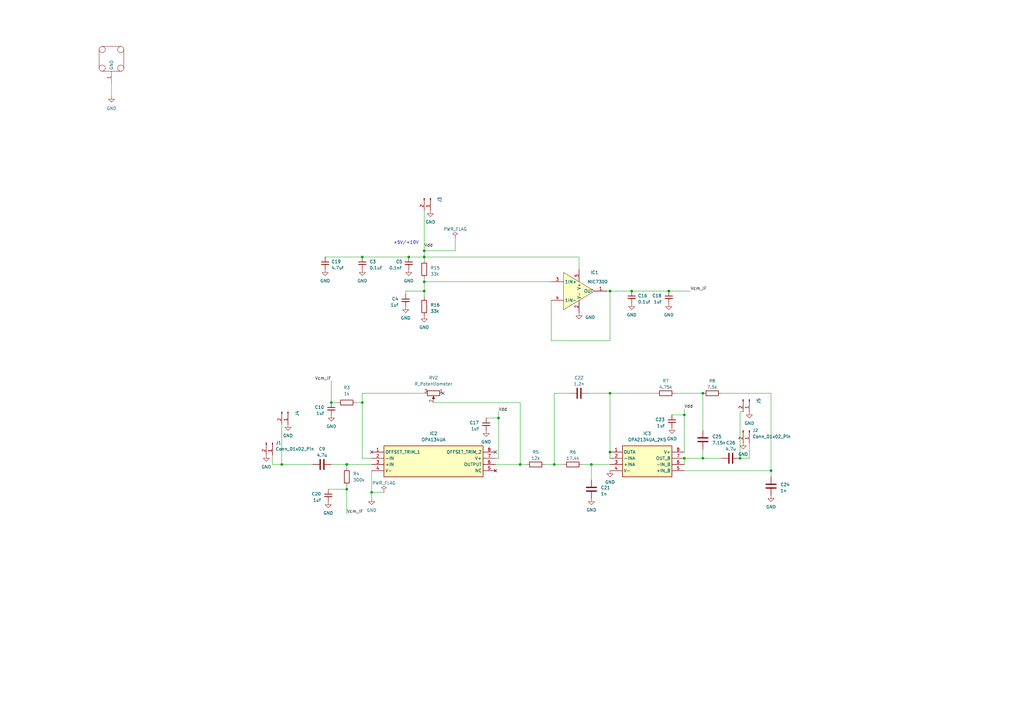
<source format=kicad_sch>
(kicad_sch (version 20231120) (generator "eeschema") (generator_version "8.0")
  (paper "A3")
  (lib_symbols
    (symbol "Connector:Conn_01x02_Pin" (pin_names (offset 1.016) hide)
      (property "Reference" "J" (at 0 2.54 0))
      (property "Value" "Conn_01x02_Pin" (at 0 -5.08 0))
      (symbol "Conn_01x02_Pin_1_1"
        (polyline (pts (xy 1.27 -2.54) (xy 0.8636 -2.54)) (stroke (width 0.1524)))
        (polyline (pts (xy 1.27 0) (xy 0.8636 0)) (stroke (width 0.1524)))
        (rectangle (start 0.8636 -2.413) (end 0 -2.667) (stroke (width 0.1524)) (fill (type outline)))
        (rectangle (start 0.8636 0.127) (end 0 -0.127) (stroke (width 0.1524)) (fill (type outline)))
        (pin passive line (at 5.08 0 180) (length 3.81) (name "Pin_1") (number "1"))
        (pin passive line (at 5.08 -2.54 180) (length 3.81) (name "Pin_2") (number "2"))
      )
    )
    (symbol "Device:C" (pin_numbers hide) (pin_names (offset 0.254))
      (property "Reference" "C" (at 0.635 2.54 0))
      (property "Value" "C" (at 0.635 -2.54 0))
      (symbol "C_0_1"
        (polyline (pts (xy -2.032 -0.762) (xy 2.032 -0.762)) (stroke (width 0.508)))
        (polyline (pts (xy -2.032 0.762) (xy 2.032 0.762)) (stroke (width 0.508)))
      )
      (symbol "C_1_1"
        (pin passive line (at 0 3.81 270) (length 2.794) (name "~") (number "1"))
        (pin passive line (at 0 -3.81 90) (length 2.794) (name "~") (number "2"))
      )
    )
    (symbol "Device:C_Small" (pin_numbers hide) (pin_names (offset 0.254) hide)
      (property "Reference" "C" (at 0.254 1.778 0))
      (property "Value" "C_Small" (at 0.254 -2.032 0))
      (symbol "C_Small_0_1"
        (polyline (pts (xy -1.524 -0.508) (xy 1.524 -0.508)) (stroke (width 0.3302)))
        (polyline (pts (xy -1.524 0.508) (xy 1.524 0.508)) (stroke (width 0.3048)))
      )
      (symbol "C_Small_1_1"
        (pin passive line (at 0 2.54 270) (length 2.032) (name "~") (number "1"))
        (pin passive line (at 0 -2.54 90) (length 2.032) (name "~") (number "2"))
      )
    )
    (symbol "Device:R" (pin_numbers hide) (pin_names (offset 0))
      (property "Reference" "R" (at 2.032 0 90))
      (property "Value" "R" (at 0 0 90))
      (symbol "R_0_1"
        (rectangle (start -1.016 -2.54) (end 1.016 2.54) (stroke (width 0.254)))
      )
      (symbol "R_1_1"
        (pin passive line (at 0 3.81 270) (length 1.27) (name "~") (number "1"))
        (pin passive line (at 0 -3.81 90) (length 1.27) (name "~") (number "2"))
      )
    )
    (symbol "Device:R_Potentiometer" (pin_names (offset 1.016) hide)
      (property "Reference" "RV" (at -4.445 0 90))
      (property "Value" "R_Potentiometer" (at -2.54 0 90))
      (symbol "R_Potentiometer_0_1"
        (polyline (pts (xy 2.54 0) (xy 1.524 0)))
        (polyline (pts (xy 1.143 0) (xy 2.286 0.508) (xy 2.286 -0.508) (xy 1.143 0)) (fill (type outline)))
        (rectangle (start 1.016 2.54) (end -1.016 -2.54) (stroke (width 0.254)))
      )
      (symbol "R_Potentiometer_1_1"
        (pin passive line (at 0 3.81 270) (length 1.27) (name "1") (number "1"))
        (pin passive line (at 3.81 0 180) (length 1.27) (name "2") (number "2"))
        (pin passive line (at 0 -3.81 90) (length 1.27) (name "3") (number "3"))
      )
    )
    (symbol "MUSIC_LAB:OPA134UA"
      (property "Reference" "IC" (at 46.99 7.62 0))
      (property "Value" "OPA134UA" (at 46.99 5.08 0))
      (symbol "OPA134UA_1_1"
        (rectangle (start 5.08 2.54) (end 45.72 -10.16) (stroke (width 0.254)) (fill (type background)))
        (pin passive line (at 0 0 0) (length 5.08) (name "OFFSET_TRIM_1") (number "1"))
        (pin passive line (at 0 -2.54 0) (length 5.08) (name "-IN") (number "2"))
        (pin passive line (at 0 -5.08 0) (length 5.08) (name "+IN") (number "3"))
        (pin passive line (at 0 -7.62 0) (length 5.08) (name "V-") (number "4"))
        (pin no_connect line (at 50.8 -7.62 180) (length 5.08) (name "NC") (number "5"))
        (pin passive line (at 50.8 -5.08 180) (length 5.08) (name "OUTPUT") (number "6"))
        (pin passive line (at 50.8 -2.54 180) (length 5.08) (name "V+") (number "7"))
        (pin passive line (at 50.8 0 180) (length 5.08) (name "OFFSET_TRIM_2") (number "8"))
      )
    )
    (symbol "MUSIC_LAB:OPA2134UA_2K5"
      (property "Reference" "IC" (at 26.67 7.62 0))
      (property "Value" "OPA2134UA_2K5" (at 26.67 5.08 0))
      (symbol "OPA2134UA_2K5_1_1"
        (rectangle (start 5.08 2.54) (end 25.4 -10.16) (stroke (width 0.254)) (fill (type background)))
        (pin passive line (at 0 0 0) (length 5.08) (name "OUTA") (number "1"))
        (pin passive line (at 0 -2.54 0) (length 5.08) (name "-INA") (number "2"))
        (pin passive line (at 0 -5.08 0) (length 5.08) (name "+INA") (number "3"))
        (pin passive line (at 0 -7.62 0) (length 5.08) (name "V-") (number "4"))
        (pin passive line (at 30.48 -7.62 180) (length 5.08) (name "+IN_B") (number "5"))
        (pin passive line (at 30.48 -5.08 180) (length 5.08) (name "-IN_B") (number "6"))
        (pin passive line (at 30.48 -2.54 180) (length 5.08) (name "OUT_B") (number "7"))
        (pin passive line (at 30.48 0 180) (length 5.08) (name "V+") (number "8"))
      )
    )
    (symbol "Radar:MIC7300"
      (property "Reference" "IC" (at 16.51 10.16 0))
      (property "Value" "MIC7300" (at 15.24 6.35 0))
      (symbol "MIC7300_1_1"
        (polyline (pts (xy 5.08 7.62) (xy 5.08 -7.62) (xy 17.78 0) (xy 5.08 7.62)) (fill (type background)))
        (pin passive line (at 22.86 0 180) (length 5.08) (name "OUT") (number "1"))
        (pin passive line (at 11.43 -8.89 90) (length 5.08) (name "V-") (number "2"))
        (pin passive line (at 0 3.81 0) (length 5.08) (name "1IN+") (number "3"))
        (pin passive line (at 0 -3.81 0) (length 5.08) (name "1IN-") (number "4"))
        (pin passive line (at 11.43 8.89 270) (length 5.08) (name "V+") (number "5"))
      )
    )
    (symbol "Radar:outline"
      (property "Reference" "outline" (at 0 6.35 0))
      (symbol "outline_0_1"
        (circle (center -3.81 -3.81) (radius 1.27))
        (circle (center -3.81 3.81) (radius 1.27))
        (polyline (pts (xy -5.08 3.81) (xy -5.08 -3.81)))
        (polyline (pts (xy -3.81 -5.08) (xy 3.81 -5.08)))
        (polyline (pts (xy 3.81 5.08) (xy -3.81 5.08)))
        (polyline (pts (xy 5.08 3.81) (xy 5.08 -3.81)))
        (circle (center 3.81 -3.81) (radius 1.27))
        (circle (center 3.81 3.81) (radius 1.27))
      )
      (symbol "outline_1_1"
        (pin free line (at -10.16 0 0) (length 5.08) (name "GND") (number "1"))
      )
    )
    (symbol "power:GND" (power) (pin_names (offset 0))
      (property "Value" "GND" (at 0 -3.81 0))
      (symbol "GND_0_1"
        (polyline (pts (xy 0 0) (xy 0 -1.27) (xy 1.27 -1.27) (xy 0 -2.54) (xy -1.27 -1.27) (xy 0 -1.27)))
      )
      (symbol "GND_1_1"
        (pin power_in line (at 0 0 270) (length 0) hide (name "GND") (number "1"))
      )
    )
    (symbol "power:PWR_FLAG" (power) (pin_numbers hide) (pin_names (offset 0) hide)
      (property "Value" "PWR_FLAG" (at 0 3.81 0))
      (symbol "PWR_FLAG_0_0"
        (pin power_out line (at 0 0 90) (length 0) (name "pwr") (number "1"))
      )
      (symbol "PWR_FLAG_0_1"
        (polyline (pts (xy 0 0) (xy 0 1.27) (xy -1.016 1.905) (xy 0 2.54) (xy 1.016 1.905) (xy 0 1.27)))
      )
    )
  )
  (junction (at 288.29 187.96))
  (junction (at 142.24 200.66))
  (junction (at 259.08 119.38))
  (junction (at 173.99 105.41))
  (junction (at 316.23 193.04))
  (junction (at 173.99 102.87))
  (junction (at 213.36 190.5))
  (junction (at 173.99 115.57))
  (junction (at 303.53 187.96))
  (junction (at 250.19 185.42))
  (junction (at 250.19 119.38))
  (junction (at 242.57 190.5))
  (junction (at 274.32 119.38))
  (junction (at 148.59 105.41))
  (junction (at 167.64 105.41))
  (junction (at 173.99 119.38))
  (junction (at 142.24 190.5))
  (junction (at 227.33 190.5))
  (junction (at 280.67 170.18))
  (junction (at 135.89 165.1))
  (junction (at 152.4 201.93))
  (junction (at 115.57 190.5))
  (junction (at 280.67 187.96))
  (junction (at 148.59 165.1))
  (junction (at 250.19 161.29))
  (junction (at 288.29 161.29))
  (junction (at 204.47 171.45))
  (no_connect (at 203.2 193.04))
  (no_connect (at 152.4 185.42))
  (no_connect (at 203.2 185.42))
  (no_connect (at 181.61 161.29))
  (wire (pts (xy 303.53 187.96) (xy 307.34 187.96)))
  (wire (pts (xy 242.57 190.5) (xy 250.19 190.5)))
  (wire (pts (xy 303.53 168.91) (xy 303.53 187.96)))
  (wire (pts (xy 173.99 105.41) (xy 173.99 106.68)))
  (wire (pts (xy 248.92 119.38) (xy 250.19 119.38)))
  (wire (pts (xy 307.34 181.61) (xy 307.34 187.96)))
  (wire (pts (xy 241.3 161.29) (xy 250.19 161.29)))
  (wire (pts (xy 157.48 201.93) (xy 152.4 201.93)))
  (wire (pts (xy 280.67 170.18) (xy 280.67 185.42)))
  (wire (pts (xy 148.59 161.29) (xy 173.99 161.29)))
  (wire (pts (xy 186.69 97.79) (xy 186.69 102.87)))
  (wire (pts (xy 223.52 190.5) (xy 227.33 190.5)))
  (wire (pts (xy 135.89 156.21) (xy 135.89 165.1)))
  (wire (pts (xy 173.99 115.57) (xy 173.99 119.38)))
  (wire (pts (xy 199.39 171.45) (xy 204.47 171.45)))
  (wire (pts (xy 134.62 200.66) (xy 142.24 200.66)))
  (wire (pts (xy 226.06 139.7) (xy 250.19 139.7)))
  (wire (pts (xy 226.06 115.57) (xy 173.99 115.57)))
  (wire (pts (xy 166.37 120.65) (xy 166.37 119.38)))
  (wire (pts (xy 280.67 193.04) (xy 316.23 193.04)))
  (wire (pts (xy 167.64 105.41) (xy 173.99 105.41)))
  (wire (pts (xy 280.67 167.64) (xy 280.67 170.18)))
  (wire (pts (xy 288.29 184.15) (xy 288.29 187.96)))
  (wire (pts (xy 203.2 190.5) (xy 213.36 190.5)))
  (wire (pts (xy 275.59 170.18) (xy 280.67 170.18)))
  (wire (pts (xy 269.24 161.29) (xy 250.19 161.29)))
  (wire (pts (xy 148.59 105.41) (xy 167.64 105.41)))
  (wire (pts (xy 233.68 161.29) (xy 227.33 161.29)))
  (wire (pts (xy 250.19 139.7) (xy 250.19 119.38)))
  (wire (pts (xy 250.19 119.38) (xy 259.08 119.38)))
  (wire (pts (xy 316.23 161.29) (xy 295.91 161.29)))
  (wire (pts (xy 304.8 168.91) (xy 303.53 168.91)))
  (wire (pts (xy 227.33 190.5) (xy 231.14 190.5)))
  (wire (pts (xy 204.47 187.96) (xy 203.2 187.96)))
  (wire (pts (xy 111.76 190.5) (xy 115.57 190.5)))
  (wire (pts (xy 111.76 186.69) (xy 111.76 190.5)))
  (wire (pts (xy 274.32 119.38) (xy 283.21 119.38)))
  (wire (pts (xy 142.24 199.39) (xy 142.24 200.66)))
  (wire (pts (xy 204.47 171.45) (xy 204.47 187.96)))
  (wire (pts (xy 142.24 190.5) (xy 152.4 190.5)))
  (wire (pts (xy 45.72 34.29) (xy 45.72 39.37)))
  (wire (pts (xy 288.29 161.29) (xy 288.29 176.53)))
  (wire (pts (xy 250.19 185.42) (xy 250.19 187.96)))
  (wire (pts (xy 173.99 119.38) (xy 173.99 121.92)))
  (wire (pts (xy 173.99 105.41) (xy 237.49 105.41)))
  (wire (pts (xy 186.69 102.87) (xy 173.99 102.87)))
  (wire (pts (xy 152.4 201.93) (xy 152.4 204.47)))
  (wire (pts (xy 142.24 191.77) (xy 142.24 190.5)))
  (wire (pts (xy 250.19 161.29) (xy 250.19 185.42)))
  (wire (pts (xy 148.59 187.96) (xy 148.59 165.1)))
  (wire (pts (xy 227.33 161.29) (xy 227.33 190.5)))
  (wire (pts (xy 115.57 190.5) (xy 128.27 190.5)))
  (wire (pts (xy 166.37 119.38) (xy 173.99 119.38)))
  (wire (pts (xy 280.67 187.96) (xy 280.67 190.5)))
  (wire (pts (xy 226.06 123.19) (xy 226.06 139.7)))
  (wire (pts (xy 288.29 187.96) (xy 280.67 187.96)))
  (wire (pts (xy 316.23 161.29) (xy 316.23 193.04)))
  (wire (pts (xy 152.4 193.04) (xy 152.4 201.93)))
  (wire (pts (xy 316.23 193.04) (xy 316.23 195.58)))
  (wire (pts (xy 173.99 86.36) (xy 173.99 102.87)))
  (wire (pts (xy 238.76 190.5) (xy 242.57 190.5)))
  (wire (pts (xy 177.8 165.1) (xy 213.36 165.1)))
  (wire (pts (xy 173.99 115.57) (xy 173.99 114.3)))
  (wire (pts (xy 142.24 200.66) (xy 142.24 210.82)))
  (wire (pts (xy 152.4 187.96) (xy 148.59 187.96)))
  (wire (pts (xy 204.47 168.91) (xy 204.47 171.45)))
  (wire (pts (xy 135.89 190.5) (xy 142.24 190.5)))
  (wire (pts (xy 276.86 161.29) (xy 288.29 161.29)))
  (wire (pts (xy 242.57 190.5) (xy 242.57 196.85)))
  (wire (pts (xy 213.36 190.5) (xy 215.9 190.5)))
  (wire (pts (xy 237.49 105.41) (xy 237.49 110.49)))
  (wire (pts (xy 115.57 173.99) (xy 115.57 190.5)))
  (wire (pts (xy 259.08 119.38) (xy 274.32 119.38)))
  (wire (pts (xy 133.35 105.41) (xy 148.59 105.41)))
  (wire (pts (xy 213.36 190.5) (xy 213.36 165.1)))
  (wire (pts (xy 288.29 187.96) (xy 295.91 187.96)))
  (wire (pts (xy 138.43 165.1) (xy 135.89 165.1)))
  (wire (pts (xy 146.05 165.1) (xy 148.59 165.1)))
  (wire (pts (xy 173.99 102.87) (xy 173.99 105.41)))
  (wire (pts (xy 148.59 161.29) (xy 148.59 165.1)))
  (text "+5V/+10V" (at 161.29 100.33 0) (effects (font (size 1.27 1.27)) (justify left bottom)))
  (label "Vdd" (at 280.67 167.64 0))
  (label "Vdd" (at 204.47 168.91 0))
  (label "Vcm_IF" (at 283.21 119.38 0))
  (label "Vdd" (at 173.99 101.6 0))
  (label "Vcm_IF" (at 135.89 156.21 180))
  (label "Vcm_IF" (at 142.24 210.82 0))
  (symbol (lib_id "Connector:Conn_01x02_Pin") (at 118.11 168.91 270) (unit 1)
    (property "Reference" "J4" (at 121.92 169.545 0))
    (property "Value" "Conn_01x02_Pin" (effects (hide yes)))
    (property "Footprint" "Connector_PinHeader_2.54mm:PinHeader_1x02_P2.54mm_Vertical" (effects (hide yes)))
  )
  (symbol (lib_id "Device:C") (at 299.72 187.96 90) (unit 1)
    (property "Reference" "C26" (at 299.72 181.61 90))
    (property "Value" "4.7u" (at 299.72 184.15 90))
    (property "Footprint" "Capacitor_SMD:C_0603_1608Metric" (effects (hide yes)))
  )
  (symbol (lib_id "power:GND") (at 148.59 110.49 0) (unit 1)
    (property "Reference" "#PWR03" (effects (hide yes)))
    (property "Value" "GND" (at 148.59 115.189 0))
  )
  (symbol (lib_id "Device:R") (at 173.99 110.49 180) (unit 1)
    (property "Reference" "R15" (at 176.53 109.855 0) (effects (justify right)))
    (property "Value" "33k" (at 176.53 112.395 0) (effects (justify right)))
    (property "Footprint" "Resistor_SMD:R_0603_1608Metric" (effects (hide yes)))
  )
  (symbol (lib_id "Device:R_Potentiometer") (at 177.8 161.29 270) (unit 1)
    (property "Reference" "RV2" (at 177.8 154.94 90))
    (property "Value" "R_Potentiometer" (at 177.8 157.48 90))
    (property "Footprint" "Potentiometer_THT:Potentiometer_Bourns_3296W_Vertical" (effects (hide yes)))
    (property "Description" "Potentiometer" (effects (hide yes)))
  )
  (symbol (lib_id "power:GND") (at 307.34 168.91 0) (mirror y) (unit 1)
    (property "Reference" "#PWR04" (effects (hide yes)))
    (property "Value" "GND" (at 307.34 173.609 0))
  )
  (symbol (lib_id "Device:C_Small") (at 275.59 172.72 0) (mirror y) (unit 1)
    (property "Reference" "C23" (at 272.669 172.0913 0) (effects (justify left)))
    (property "Value" "1uf" (at 272.669 174.6313 0) (effects (justify left)))
    (property "Footprint" "Capacitor_SMD:C_0603_1608Metric" (effects (hide yes)))
  )
  (symbol (lib_id "Device:R") (at 219.71 190.5 90) (unit 1)
    (property "Reference" "R5" (at 219.71 185.42 90))
    (property "Value" "12k" (at 219.71 187.96 90))
    (property "Footprint" "Resistor_SMD:R_0603_1608Metric" (effects (hide yes)))
  )
  (symbol (lib_id "Connector:Conn_01x02_Pin") (at 111.76 181.61 270) (unit 1)
    (property "Reference" "J1" (at 113.03 181.61 90) (effects (justify left)))
    (property "Value" "Conn_01x02_Pin" (at 113.03 184.15 90) (effects (justify left)))
    (property "Footprint" "MUSIC_Lab:SMA_KHD_Back" (effects (hide yes)))
  )
  (symbol (lib_id "power:GND") (at 152.4 204.47 0) (unit 1)
    (property "Reference" "#PWR025" (effects (hide yes)))
    (property "Value" "GND" (at 152.4 209.296 0))
  )
  (symbol (lib_id "Device:R") (at 142.24 195.58 0) (unit 1)
    (property "Reference" "R4" (at 144.78 194.3099 0) (effects (justify left)))
    (property "Value" "300k" (at 144.78 196.8499 0) (effects (justify left)))
    (property "Footprint" "Resistor_SMD:R_0603_1608Metric" (effects (hide yes)))
  )
  (symbol (lib_id "power:GND") (at 133.35 110.49 0) (unit 1)
    (property "Reference" "#PWR014" (effects (hide yes)))
    (property "Value" "GND" (at 133.35 115.189 0))
  )
  (symbol (lib_id "Device:C_Small") (at 148.59 107.95 0) (unit 1)
    (property "Reference" "C3" (at 151.511 107.3213 0) (effects (justify left)))
    (property "Value" "0.1uF" (at 151.511 109.8613 0) (effects (justify left)))
    (property "Footprint" "Capacitor_SMD:C_0603_1608Metric" (effects (hide yes)))
  )
  (symbol (lib_id "power:GND") (at 242.57 204.47 0) (mirror y) (unit 1)
    (property "Reference" "#PWR026" (effects (hide yes)))
    (property "Value" "GND" (at 242.57 209.169 0))
  )
  (symbol (lib_id "power:GND") (at 275.59 175.26 0) (mirror y) (unit 1)
    (property "Reference" "#PWR028" (effects (hide yes)))
    (property "Value" "GND" (at 275.59 179.959 0))
  )
  (symbol (lib_id "Device:C") (at 288.29 180.34 180) (unit 1)
    (property "Reference" "C25" (at 292.1 179.0699 0) (effects (justify right)))
    (property "Value" "7.15n" (at 292.1 181.6099 0) (effects (justify right)))
    (property "Footprint" "Capacitor_SMD:C_0603_1608Metric" (effects (hide yes)))
  )
  (symbol (lib_id "MUSIC_LAB:OPA134UA") (at 152.4 185.42 0) (unit 1)
    (property "Reference" "IC2" (at 177.8 177.8 0))
    (property "Value" "OPA134UA" (at 177.8 180.34 0))
    (property "Footprint" "MUSIC_Lab:OPA134_SOIC127P600X175-8N" (effects (hide yes)))
    (property "Datasheet" "https://datasheet.datasheetarchive.com/originals/distributors/Datasheets-SFU2/DSASFU100026209.pdf" (effects (hide yes)))
    (property "Description" "SoundPlus High Performance Audio Operational Amplifiers" (effects (hide yes)))
    (property "Height" "1.75" (effects (hide yes)))
    (property "Mouser Part Number" "595-OPA134UA" (effects (hide yes)))
    (property "Mouser Price/Stock" "https://www.mouser.co.uk/ProductDetail/Texas-Instruments/OPA134UA?qs=7nS3%252BbEUL6ubb2ehCixpMg%3D%3D" (effects (hide yes)))
    (property "Manufacturer_Name" "Texas Instruments" (effects (hide yes)))
    (property "Manufacturer_Part_Number" "OPA134UA" (effects (hide yes)))
  )
  (symbol (lib_id "power:GND") (at 199.39 176.53 0) (mirror y) (unit 1)
    (property "Reference" "#PWR024" (effects (hide yes)))
    (property "Value" "GND" (at 199.39 181.229 0))
  )
  (symbol (lib_id "Device:R") (at 142.24 165.1 270) (unit 1)
    (property "Reference" "R3" (at 142.24 159.004 90))
    (property "Value" "1k" (at 142.24 161.544 90))
    (property "Footprint" "Resistor_SMD:R_0603_1608Metric" (effects (hide yes)))
  )
  (symbol (lib_id "Device:C_Small") (at 166.37 123.19 0) (mirror y) (unit 1)
    (property "Reference" "C4" (at 163.449 122.5613 0) (effects (justify left)))
    (property "Value" "1uf" (at 163.449 125.1013 0) (effects (justify left)))
    (property "Footprint" "Capacitor_SMD:C_0603_1608Metric" (effects (hide yes)))
  )
  (symbol (lib_id "Device:C") (at 132.08 190.5 90) (unit 1)
    (property "Reference" "C9" (at 132.08 184.15 90))
    (property "Value" "4.7u" (at 132.08 186.69 90))
    (property "Footprint" "Capacitor_SMD:C_0603_1608Metric" (effects (hide yes)))
  )
  (symbol (lib_id "Radar:outline") (at 45.72 24.13 90) (unit 1)
    (property "Reference" "outline1" (effects (hide yes)))
    (property "Footprint" "MUSIC_Lab:Outline_3x2_cavity_1.5mm" (effects (hide yes)))
  )
  (symbol (lib_id "power:GND") (at 304.8 181.61 0) (mirror y) (unit 1)
    (property "Reference" "#PWR030" (effects (hide yes)))
    (property "Value" "GND" (at 304.8 186.309 0))
  )
  (symbol (lib_id "power:PWR_FLAG") (at 157.48 201.93 0) (unit 1)
    (property "Reference" "#FLG03" (effects (hide yes)))
    (property "Value" "PWR_FLAG" (at 157.48 198.12 0))
  )
  (symbol (lib_id "Connector:Conn_01x02_Pin") (at 307.34 163.83 270) (unit 1)
    (property "Reference" "J5" (at 311.15 164.465 0))
    (property "Value" "Conn_01x02_Pin" (effects (hide yes)))
    (property "Footprint" "Connector_PinHeader_2.54mm:PinHeader_1x02_P2.54mm_Vertical" (effects (hide yes)))
  )
  (symbol (lib_id "Connector:Conn_01x02_Pin") (at 307.34 176.53 270) (unit 1)
    (property "Reference" "J2" (at 308.61 176.53 90) (effects (justify left)))
    (property "Value" "Conn_01x02_Pin" (at 308.61 179.07 90) (effects (justify left)))
    (property "Footprint" "MUSIC_Lab:SMA_KHD_Back" (effects (hide yes)))
  )
  (symbol (lib_id "power:PWR_FLAG") (at 186.69 97.79 0) (unit 1)
    (property "Reference" "#FLG01" (effects (hide yes)))
    (property "Value" "PWR_FLAG" (at 186.69 93.98 0))
  )
  (symbol (lib_id "power:GND") (at 167.64 110.49 0) (unit 1)
    (property "Reference" "#PWR06" (effects (hide yes)))
    (property "Value" "GND" (at 167.64 115.189 0))
  )
  (symbol (lib_id "Device:R") (at 234.95 190.5 90) (unit 1)
    (property "Reference" "R6" (at 234.95 185.42 90))
    (property "Value" "17.4k" (at 234.95 187.96 90))
    (property "Footprint" "Resistor_SMD:R_0603_1608Metric" (effects (hide yes)))
  )
  (symbol (lib_id "Device:C") (at 237.49 161.29 90) (unit 1)
    (property "Reference" "C22" (at 237.49 154.94 90))
    (property "Value" "1.2n" (at 237.49 157.48 90))
    (property "Footprint" "Capacitor_SMD:C_0603_1608Metric" (effects (hide yes)))
  )
  (symbol (lib_id "power:GND") (at 134.62 205.74 0) (mirror y) (unit 1)
    (property "Reference" "#PWR012" (effects (hide yes)))
    (property "Value" "GND" (at 134.62 210.439 0))
  )
  (symbol (lib_id "power:GND") (at 250.19 193.04 0) (mirror y) (unit 1)
    (property "Reference" "#PWR027" (effects (hide yes)))
    (property "Value" "GND" (at 250.19 197.739 0))
  )
  (symbol (lib_id "Device:R") (at 173.99 125.73 180) (unit 1)
    (property "Reference" "R16" (at 176.53 125.095 0) (effects (justify right)))
    (property "Value" "33k" (at 176.53 127.635 0) (effects (justify right)))
    (property "Footprint" "Resistor_SMD:R_0603_1608Metric" (effects (hide yes)))
  )
  (symbol (lib_id "Device:R") (at 273.05 161.29 90) (unit 1)
    (property "Reference" "R7" (at 273.05 156.21 90))
    (property "Value" "4.75k" (at 273.05 158.75 90))
    (property "Footprint" "Resistor_SMD:R_0603_1608Metric" (effects (hide yes)))
  )
  (symbol (lib_id "power:GND") (at 166.37 125.73 0) (mirror y) (unit 1)
    (property "Reference" "#PWR05" (effects (hide yes)))
    (property "Value" "GND" (at 166.37 130.429 0))
  )
  (symbol (lib_id "Device:C_Small") (at 133.35 107.95 0) (unit 1)
    (property "Reference" "C19" (at 135.89 107.3213 0) (effects (justify left)))
    (property "Value" "4.7uf" (at 135.89 109.8613 0) (effects (justify left)))
    (property "Footprint" "Capacitor_SMD:C_0603_1608Metric" (effects (hide yes)))
  )
  (symbol (lib_id "power:GND") (at 45.72 39.37 0) (unit 1)
    (property "Reference" "#PWR01" (effects (hide yes)))
    (property "Value" "GND" (at 45.72 44.45 0))
  )
  (symbol (lib_id "power:GND") (at 237.49 128.27 0) (mirror y) (unit 1)
    (property "Reference" "#PWR08" (effects (hide yes)))
    (property "Value" "GND" (at 240.03 130.175 0) (effects (justify right)))
  )
  (symbol (lib_id "Device:C_Small") (at 274.32 121.92 0) (mirror y) (unit 1)
    (property "Reference" "C18" (at 271.399 121.2913 0) (effects (justify left)))
    (property "Value" "1uf" (at 271.399 123.8313 0) (effects (justify left)))
    (property "Footprint" "Capacitor_SMD:C_0603_1608Metric" (effects (hide yes)))
  )
  (symbol (lib_id "Device:C_Small") (at 199.39 173.99 0) (mirror y) (unit 1)
    (property "Reference" "C17" (at 196.469 173.3613 0) (effects (justify left)))
    (property "Value" "1uf" (at 196.469 175.9013 0) (effects (justify left)))
    (property "Footprint" "Capacitor_SMD:C_0603_1608Metric" (effects (hide yes)))
  )
  (symbol (lib_id "Radar:MIC7300") (at 226.06 119.38 0) (unit 1)
    (property "Reference" "IC1" (at 243.84 111.76 0))
    (property "Value" "MIC7300" (at 245.11 115.57 0))
    (property "Footprint" "MUSIC_Lab:DC_SOT95P280X145-5N" (effects (hide yes)))
    (property "Datasheet" "http://www.ti.com/lit/gpn/lmv321" (effects (hide yes)))
    (property "Height" "1.45" (effects (hide yes)))
    (property "Mouser Part Number" "595-LMV321IDBVR" (effects (hide yes)))
    (property "Mouser Price/Stock" "https://www.mouser.co.uk/ProductDetail/Texas-Instruments/LMV321IDBVR?qs=IF4wzcbwb3pJ61%2F1fvjmqQ%3D%3D" (effects (hide yes)))
    (property "Manufacturer_Name" "Texas Instruments" (effects (hide yes)))
    (property "Manufacturer_Part_Number" "LMV321IDBVR" (effects (hide yes)))
  )
  (symbol (lib_id "Device:C_Small") (at 135.89 167.64 0) (mirror y) (unit 1)
    (property "Reference" "C10" (at 132.969 167.0113 0) (effects (justify left)))
    (property "Value" "1uf" (at 132.969 169.5513 0) (effects (justify left)))
    (property "Footprint" "Capacitor_SMD:C_0603_1608Metric" (effects (hide yes)))
  )
  (symbol (lib_id "Device:R") (at 292.1 161.29 90) (unit 1)
    (property "Reference" "R8" (at 292.1 156.21 90))
    (property "Value" "7.5k" (at 292.1 158.75 90))
    (property "Footprint" "Resistor_SMD:R_0603_1608Metric" (effects (hide yes)))
  )
  (symbol (lib_id "power:GND") (at 135.89 170.18 0) (mirror y) (unit 1)
    (property "Reference" "#PWR023" (effects (hide yes)))
    (property "Value" "GND" (at 135.89 174.879 0))
  )
  (symbol (lib_id "MUSIC_LAB:OPA2134UA_2K5") (at 250.19 185.42 0) (unit 1)
    (property "Reference" "IC3" (at 265.43 177.8 0))
    (property "Value" "OPA2134UA_2K5" (at 265.43 180.34 0))
    (property "Footprint" "MUSIC_Lab:OPA2134_SOIC127P600X175-8N" (effects (hide yes)))
    (property "Datasheet" "https://componentsearchengine.com/Datasheets/2/OPA2134UA_2K5.pdf" (effects (hide yes)))
    (property "Description" "Audio Amplifiers SoundPlus Hi-Perf Aud Oper Amp" (effects (hide yes)))
    (property "Height" "1.75" (effects (hide yes)))
    (property "Mouser Part Number" "595-OPA2134UA/2K5" (effects (hide yes)))
    (property "Mouser Price/Stock" "https://www.mouser.co.uk/ProductDetail/Texas-Instruments/OPA2134UA-2K5?qs=7nS3%252BbEUL6uVYVSdxxFQPg%3D%3D" (effects (hide yes)))
    (property "Manufacturer_Name" "Texas Instruments" (effects (hide yes)))
    (property "Manufacturer_Part_Number" "OPA2134UA/2K5" (effects (hide yes)))
  )
  (symbol (lib_id "power:GND") (at 118.11 173.99 0) (mirror y) (unit 1)
    (property "Reference" "#PWR02" (effects (hide yes)))
    (property "Value" "GND" (at 118.11 178.689 0))
  )
  (symbol (lib_id "Device:C_Small") (at 259.08 121.92 0) (mirror y) (unit 1)
    (property "Reference" "C16" (at 261.62 121.2913 0) (effects (justify right)))
    (property "Value" "0.1uf" (at 261.62 123.8313 0) (effects (justify right)))
    (property "Footprint" "Capacitor_SMD:C_0603_1608Metric" (effects (hide yes)))
  )
  (symbol (lib_id "power:GND") (at 316.23 203.2 0) (mirror y) (unit 1)
    (property "Reference" "#PWR029" (effects (hide yes)))
    (property "Value" "GND" (at 316.23 207.899 0))
  )
  (symbol (lib_id "power:GND") (at 274.32 124.46 0) (mirror y) (unit 1)
    (property "Reference" "#PWR010" (effects (hide yes)))
    (property "Value" "GND" (at 274.32 129.159 0))
  )
  (symbol (lib_id "Device:C") (at 242.57 200.66 0) (unit 1)
    (property "Reference" "C21" (at 246.38 200.025 0) (effects (justify left)))
    (property "Value" "1n" (at 246.38 202.565 0) (effects (justify left)))
    (property "Footprint" "Capacitor_SMD:C_0603_1608Metric" (effects (hide yes)))
  )
  (symbol (lib_id "Connector:Conn_01x02_Pin") (at 176.53 81.28 270) (unit 1)
    (property "Reference" "J3" (at 180.34 81.915 0))
    (property "Value" "Conn_01x02_Pin" (effects (hide yes)))
    (property "Footprint" "Connector_JST:JST_XH_B2B-XH-A_1x02_P2.50mm_Vertical" (effects (hide yes)))
  )
  (symbol (lib_id "power:GND") (at 173.99 129.54 0) (mirror y) (unit 1)
    (property "Reference" "#PWR07" (effects (hide yes)))
    (property "Value" "GND" (at 173.99 134.239 0))
  )
  (symbol (lib_id "Device:C_Small") (at 134.62 203.2 0) (mirror y) (unit 1)
    (property "Reference" "C20" (at 131.699 202.5713 0) (effects (justify left)))
    (property "Value" "1uf" (at 131.699 205.1113 0) (effects (justify left)))
    (property "Footprint" "Capacitor_SMD:C_0603_1608Metric" (effects (hide yes)))
  )
  (symbol (lib_id "Device:C_Small") (at 167.64 107.95 0) (unit 1)
    (property "Reference" "C5" (at 165.1 107.3213 0) (effects (justify right)))
    (property "Value" "0.1nF" (at 165.1 109.8613 0) (effects (justify right)))
    (property "Footprint" "Capacitor_SMD:C_0603_1608Metric" (effects (hide yes)))
  )
  (symbol (lib_id "power:GND") (at 259.08 124.46 0) (mirror y) (unit 1)
    (property "Reference" "#PWR09" (effects (hide yes)))
    (property "Value" "GND" (at 259.08 129.159 0))
  )
  (symbol (lib_id "power:GND") (at 109.22 186.69 0) (unit 1)
    (property "Reference" "#PWR022" (effects (hide yes)))
    (property "Value" "GND" (at 109.22 191.516 0))
  )
  (symbol (lib_id "Device:C") (at 316.23 199.39 0) (unit 1)
    (property "Reference" "C24" (at 320.04 198.755 0) (effects (justify left)))
    (property "Value" "1n" (at 320.04 201.295 0) (effects (justify left)))
    (property "Footprint" "Capacitor_SMD:C_0603_1608Metric" (effects (hide yes)))
  )
  (symbol (lib_id "power:GND") (at 176.53 86.36 0) (unit 1)
    (property "Reference" "#PWR011" (effects (hide yes)))
    (property "Value" "GND" (at 176.53 91.059 0))
  )
)
</source>
